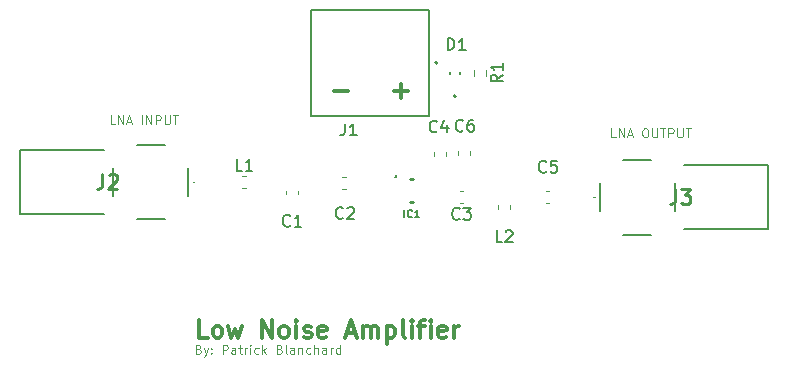
<source format=gbr>
%TF.GenerationSoftware,KiCad,Pcbnew,7.0.5*%
%TF.CreationDate,2023-11-04T20:08:50-04:00*%
%TF.ProjectId,LNA,4c4e412e-6b69-4636-9164-5f7063625858,rev?*%
%TF.SameCoordinates,Original*%
%TF.FileFunction,Legend,Top*%
%TF.FilePolarity,Positive*%
%FSLAX46Y46*%
G04 Gerber Fmt 4.6, Leading zero omitted, Abs format (unit mm)*
G04 Created by KiCad (PCBNEW 7.0.5) date 2023-11-04 20:08:50*
%MOMM*%
%LPD*%
G01*
G04 APERTURE LIST*
%ADD10C,0.300000*%
%ADD11C,0.076200*%
%ADD12C,0.150000*%
%ADD13C,0.254000*%
%ADD14C,0.158750*%
%ADD15C,0.120000*%
%ADD16C,0.100000*%
%ADD17C,0.200000*%
%ADD18C,0.127000*%
G04 APERTURE END LIST*
D10*
X166924510Y-110989400D02*
X168067368Y-110989400D01*
D11*
X190742029Y-114929143D02*
X190379172Y-114929143D01*
X190379172Y-114929143D02*
X190379172Y-114167143D01*
X190996029Y-114929143D02*
X190996029Y-114167143D01*
X190996029Y-114167143D02*
X191431458Y-114929143D01*
X191431458Y-114929143D02*
X191431458Y-114167143D01*
X191758029Y-114711429D02*
X192120887Y-114711429D01*
X191685458Y-114929143D02*
X191939458Y-114167143D01*
X191939458Y-114167143D02*
X192193458Y-114929143D01*
X193173172Y-114167143D02*
X193318315Y-114167143D01*
X193318315Y-114167143D02*
X193390886Y-114203429D01*
X193390886Y-114203429D02*
X193463458Y-114276000D01*
X193463458Y-114276000D02*
X193499743Y-114421143D01*
X193499743Y-114421143D02*
X193499743Y-114675143D01*
X193499743Y-114675143D02*
X193463458Y-114820286D01*
X193463458Y-114820286D02*
X193390886Y-114892858D01*
X193390886Y-114892858D02*
X193318315Y-114929143D01*
X193318315Y-114929143D02*
X193173172Y-114929143D01*
X193173172Y-114929143D02*
X193100601Y-114892858D01*
X193100601Y-114892858D02*
X193028029Y-114820286D01*
X193028029Y-114820286D02*
X192991743Y-114675143D01*
X192991743Y-114675143D02*
X192991743Y-114421143D01*
X192991743Y-114421143D02*
X193028029Y-114276000D01*
X193028029Y-114276000D02*
X193100601Y-114203429D01*
X193100601Y-114203429D02*
X193173172Y-114167143D01*
X193826315Y-114167143D02*
X193826315Y-114784000D01*
X193826315Y-114784000D02*
X193862601Y-114856572D01*
X193862601Y-114856572D02*
X193898887Y-114892858D01*
X193898887Y-114892858D02*
X193971458Y-114929143D01*
X193971458Y-114929143D02*
X194116601Y-114929143D01*
X194116601Y-114929143D02*
X194189172Y-114892858D01*
X194189172Y-114892858D02*
X194225458Y-114856572D01*
X194225458Y-114856572D02*
X194261744Y-114784000D01*
X194261744Y-114784000D02*
X194261744Y-114167143D01*
X194515744Y-114167143D02*
X194951173Y-114167143D01*
X194733458Y-114929143D02*
X194733458Y-114167143D01*
X195205172Y-114929143D02*
X195205172Y-114167143D01*
X195205172Y-114167143D02*
X195495458Y-114167143D01*
X195495458Y-114167143D02*
X195568029Y-114203429D01*
X195568029Y-114203429D02*
X195604315Y-114239715D01*
X195604315Y-114239715D02*
X195640601Y-114312286D01*
X195640601Y-114312286D02*
X195640601Y-114421143D01*
X195640601Y-114421143D02*
X195604315Y-114493715D01*
X195604315Y-114493715D02*
X195568029Y-114530000D01*
X195568029Y-114530000D02*
X195495458Y-114566286D01*
X195495458Y-114566286D02*
X195205172Y-114566286D01*
X195967172Y-114167143D02*
X195967172Y-114784000D01*
X195967172Y-114784000D02*
X196003458Y-114856572D01*
X196003458Y-114856572D02*
X196039744Y-114892858D01*
X196039744Y-114892858D02*
X196112315Y-114929143D01*
X196112315Y-114929143D02*
X196257458Y-114929143D01*
X196257458Y-114929143D02*
X196330029Y-114892858D01*
X196330029Y-114892858D02*
X196366315Y-114856572D01*
X196366315Y-114856572D02*
X196402601Y-114784000D01*
X196402601Y-114784000D02*
X196402601Y-114167143D01*
X196656601Y-114167143D02*
X197092030Y-114167143D01*
X196874315Y-114929143D02*
X196874315Y-114167143D01*
X148348343Y-113827166D02*
X147985486Y-113827166D01*
X147985486Y-113827166D02*
X147985486Y-113065166D01*
X148602343Y-113827166D02*
X148602343Y-113065166D01*
X148602343Y-113065166D02*
X149037772Y-113827166D01*
X149037772Y-113827166D02*
X149037772Y-113065166D01*
X149364343Y-113609452D02*
X149727201Y-113609452D01*
X149291772Y-113827166D02*
X149545772Y-113065166D01*
X149545772Y-113065166D02*
X149799772Y-113827166D01*
X150634343Y-113827166D02*
X150634343Y-113065166D01*
X150997200Y-113827166D02*
X150997200Y-113065166D01*
X150997200Y-113065166D02*
X151432629Y-113827166D01*
X151432629Y-113827166D02*
X151432629Y-113065166D01*
X151795486Y-113827166D02*
X151795486Y-113065166D01*
X151795486Y-113065166D02*
X152085772Y-113065166D01*
X152085772Y-113065166D02*
X152158343Y-113101452D01*
X152158343Y-113101452D02*
X152194629Y-113137738D01*
X152194629Y-113137738D02*
X152230915Y-113210309D01*
X152230915Y-113210309D02*
X152230915Y-113319166D01*
X152230915Y-113319166D02*
X152194629Y-113391738D01*
X152194629Y-113391738D02*
X152158343Y-113428023D01*
X152158343Y-113428023D02*
X152085772Y-113464309D01*
X152085772Y-113464309D02*
X151795486Y-113464309D01*
X152557486Y-113065166D02*
X152557486Y-113682023D01*
X152557486Y-113682023D02*
X152593772Y-113754595D01*
X152593772Y-113754595D02*
X152630058Y-113790881D01*
X152630058Y-113790881D02*
X152702629Y-113827166D01*
X152702629Y-113827166D02*
X152847772Y-113827166D01*
X152847772Y-113827166D02*
X152920343Y-113790881D01*
X152920343Y-113790881D02*
X152956629Y-113754595D01*
X152956629Y-113754595D02*
X152992915Y-113682023D01*
X152992915Y-113682023D02*
X152992915Y-113065166D01*
X153246915Y-113065166D02*
X153682344Y-113065166D01*
X153464629Y-113827166D02*
X153464629Y-113065166D01*
D10*
X172004510Y-110989400D02*
X173147368Y-110989400D01*
X172575939Y-111560828D02*
X172575939Y-110417971D01*
X156208796Y-131880828D02*
X155494510Y-131880828D01*
X155494510Y-131880828D02*
X155494510Y-130380828D01*
X156923082Y-131880828D02*
X156780225Y-131809400D01*
X156780225Y-131809400D02*
X156708796Y-131737971D01*
X156708796Y-131737971D02*
X156637368Y-131595114D01*
X156637368Y-131595114D02*
X156637368Y-131166542D01*
X156637368Y-131166542D02*
X156708796Y-131023685D01*
X156708796Y-131023685D02*
X156780225Y-130952257D01*
X156780225Y-130952257D02*
X156923082Y-130880828D01*
X156923082Y-130880828D02*
X157137368Y-130880828D01*
X157137368Y-130880828D02*
X157280225Y-130952257D01*
X157280225Y-130952257D02*
X157351654Y-131023685D01*
X157351654Y-131023685D02*
X157423082Y-131166542D01*
X157423082Y-131166542D02*
X157423082Y-131595114D01*
X157423082Y-131595114D02*
X157351654Y-131737971D01*
X157351654Y-131737971D02*
X157280225Y-131809400D01*
X157280225Y-131809400D02*
X157137368Y-131880828D01*
X157137368Y-131880828D02*
X156923082Y-131880828D01*
X157923082Y-130880828D02*
X158208797Y-131880828D01*
X158208797Y-131880828D02*
X158494511Y-131166542D01*
X158494511Y-131166542D02*
X158780225Y-131880828D01*
X158780225Y-131880828D02*
X159065939Y-130880828D01*
X160780225Y-131880828D02*
X160780225Y-130380828D01*
X160780225Y-130380828D02*
X161637368Y-131880828D01*
X161637368Y-131880828D02*
X161637368Y-130380828D01*
X162565940Y-131880828D02*
X162423083Y-131809400D01*
X162423083Y-131809400D02*
X162351654Y-131737971D01*
X162351654Y-131737971D02*
X162280226Y-131595114D01*
X162280226Y-131595114D02*
X162280226Y-131166542D01*
X162280226Y-131166542D02*
X162351654Y-131023685D01*
X162351654Y-131023685D02*
X162423083Y-130952257D01*
X162423083Y-130952257D02*
X162565940Y-130880828D01*
X162565940Y-130880828D02*
X162780226Y-130880828D01*
X162780226Y-130880828D02*
X162923083Y-130952257D01*
X162923083Y-130952257D02*
X162994512Y-131023685D01*
X162994512Y-131023685D02*
X163065940Y-131166542D01*
X163065940Y-131166542D02*
X163065940Y-131595114D01*
X163065940Y-131595114D02*
X162994512Y-131737971D01*
X162994512Y-131737971D02*
X162923083Y-131809400D01*
X162923083Y-131809400D02*
X162780226Y-131880828D01*
X162780226Y-131880828D02*
X162565940Y-131880828D01*
X163708797Y-131880828D02*
X163708797Y-130880828D01*
X163708797Y-130380828D02*
X163637369Y-130452257D01*
X163637369Y-130452257D02*
X163708797Y-130523685D01*
X163708797Y-130523685D02*
X163780226Y-130452257D01*
X163780226Y-130452257D02*
X163708797Y-130380828D01*
X163708797Y-130380828D02*
X163708797Y-130523685D01*
X164351655Y-131809400D02*
X164494512Y-131880828D01*
X164494512Y-131880828D02*
X164780226Y-131880828D01*
X164780226Y-131880828D02*
X164923083Y-131809400D01*
X164923083Y-131809400D02*
X164994512Y-131666542D01*
X164994512Y-131666542D02*
X164994512Y-131595114D01*
X164994512Y-131595114D02*
X164923083Y-131452257D01*
X164923083Y-131452257D02*
X164780226Y-131380828D01*
X164780226Y-131380828D02*
X164565941Y-131380828D01*
X164565941Y-131380828D02*
X164423083Y-131309400D01*
X164423083Y-131309400D02*
X164351655Y-131166542D01*
X164351655Y-131166542D02*
X164351655Y-131095114D01*
X164351655Y-131095114D02*
X164423083Y-130952257D01*
X164423083Y-130952257D02*
X164565941Y-130880828D01*
X164565941Y-130880828D02*
X164780226Y-130880828D01*
X164780226Y-130880828D02*
X164923083Y-130952257D01*
X166208798Y-131809400D02*
X166065941Y-131880828D01*
X166065941Y-131880828D02*
X165780227Y-131880828D01*
X165780227Y-131880828D02*
X165637369Y-131809400D01*
X165637369Y-131809400D02*
X165565941Y-131666542D01*
X165565941Y-131666542D02*
X165565941Y-131095114D01*
X165565941Y-131095114D02*
X165637369Y-130952257D01*
X165637369Y-130952257D02*
X165780227Y-130880828D01*
X165780227Y-130880828D02*
X166065941Y-130880828D01*
X166065941Y-130880828D02*
X166208798Y-130952257D01*
X166208798Y-130952257D02*
X166280227Y-131095114D01*
X166280227Y-131095114D02*
X166280227Y-131237971D01*
X166280227Y-131237971D02*
X165565941Y-131380828D01*
X167994512Y-131452257D02*
X168708798Y-131452257D01*
X167851655Y-131880828D02*
X168351655Y-130380828D01*
X168351655Y-130380828D02*
X168851655Y-131880828D01*
X169351654Y-131880828D02*
X169351654Y-130880828D01*
X169351654Y-131023685D02*
X169423083Y-130952257D01*
X169423083Y-130952257D02*
X169565940Y-130880828D01*
X169565940Y-130880828D02*
X169780226Y-130880828D01*
X169780226Y-130880828D02*
X169923083Y-130952257D01*
X169923083Y-130952257D02*
X169994512Y-131095114D01*
X169994512Y-131095114D02*
X169994512Y-131880828D01*
X169994512Y-131095114D02*
X170065940Y-130952257D01*
X170065940Y-130952257D02*
X170208797Y-130880828D01*
X170208797Y-130880828D02*
X170423083Y-130880828D01*
X170423083Y-130880828D02*
X170565940Y-130952257D01*
X170565940Y-130952257D02*
X170637369Y-131095114D01*
X170637369Y-131095114D02*
X170637369Y-131880828D01*
X171351654Y-130880828D02*
X171351654Y-132380828D01*
X171351654Y-130952257D02*
X171494512Y-130880828D01*
X171494512Y-130880828D02*
X171780226Y-130880828D01*
X171780226Y-130880828D02*
X171923083Y-130952257D01*
X171923083Y-130952257D02*
X171994512Y-131023685D01*
X171994512Y-131023685D02*
X172065940Y-131166542D01*
X172065940Y-131166542D02*
X172065940Y-131595114D01*
X172065940Y-131595114D02*
X171994512Y-131737971D01*
X171994512Y-131737971D02*
X171923083Y-131809400D01*
X171923083Y-131809400D02*
X171780226Y-131880828D01*
X171780226Y-131880828D02*
X171494512Y-131880828D01*
X171494512Y-131880828D02*
X171351654Y-131809400D01*
X172923083Y-131880828D02*
X172780226Y-131809400D01*
X172780226Y-131809400D02*
X172708797Y-131666542D01*
X172708797Y-131666542D02*
X172708797Y-130380828D01*
X173494511Y-131880828D02*
X173494511Y-130880828D01*
X173494511Y-130380828D02*
X173423083Y-130452257D01*
X173423083Y-130452257D02*
X173494511Y-130523685D01*
X173494511Y-130523685D02*
X173565940Y-130452257D01*
X173565940Y-130452257D02*
X173494511Y-130380828D01*
X173494511Y-130380828D02*
X173494511Y-130523685D01*
X173994512Y-130880828D02*
X174565940Y-130880828D01*
X174208797Y-131880828D02*
X174208797Y-130595114D01*
X174208797Y-130595114D02*
X174280226Y-130452257D01*
X174280226Y-130452257D02*
X174423083Y-130380828D01*
X174423083Y-130380828D02*
X174565940Y-130380828D01*
X175065940Y-131880828D02*
X175065940Y-130880828D01*
X175065940Y-130380828D02*
X174994512Y-130452257D01*
X174994512Y-130452257D02*
X175065940Y-130523685D01*
X175065940Y-130523685D02*
X175137369Y-130452257D01*
X175137369Y-130452257D02*
X175065940Y-130380828D01*
X175065940Y-130380828D02*
X175065940Y-130523685D01*
X176351655Y-131809400D02*
X176208798Y-131880828D01*
X176208798Y-131880828D02*
X175923084Y-131880828D01*
X175923084Y-131880828D02*
X175780226Y-131809400D01*
X175780226Y-131809400D02*
X175708798Y-131666542D01*
X175708798Y-131666542D02*
X175708798Y-131095114D01*
X175708798Y-131095114D02*
X175780226Y-130952257D01*
X175780226Y-130952257D02*
X175923084Y-130880828D01*
X175923084Y-130880828D02*
X176208798Y-130880828D01*
X176208798Y-130880828D02*
X176351655Y-130952257D01*
X176351655Y-130952257D02*
X176423084Y-131095114D01*
X176423084Y-131095114D02*
X176423084Y-131237971D01*
X176423084Y-131237971D02*
X175708798Y-131380828D01*
X177065940Y-131880828D02*
X177065940Y-130880828D01*
X177065940Y-131166542D02*
X177137369Y-131023685D01*
X177137369Y-131023685D02*
X177208798Y-130952257D01*
X177208798Y-130952257D02*
X177351655Y-130880828D01*
X177351655Y-130880828D02*
X177494512Y-130880828D01*
D11*
X155425559Y-132853639D02*
X155534416Y-132889925D01*
X155534416Y-132889925D02*
X155570702Y-132926211D01*
X155570702Y-132926211D02*
X155606988Y-132998782D01*
X155606988Y-132998782D02*
X155606988Y-133107639D01*
X155606988Y-133107639D02*
X155570702Y-133180211D01*
X155570702Y-133180211D02*
X155534416Y-133216497D01*
X155534416Y-133216497D02*
X155461845Y-133252782D01*
X155461845Y-133252782D02*
X155171559Y-133252782D01*
X155171559Y-133252782D02*
X155171559Y-132490782D01*
X155171559Y-132490782D02*
X155425559Y-132490782D01*
X155425559Y-132490782D02*
X155498131Y-132527068D01*
X155498131Y-132527068D02*
X155534416Y-132563354D01*
X155534416Y-132563354D02*
X155570702Y-132635925D01*
X155570702Y-132635925D02*
X155570702Y-132708497D01*
X155570702Y-132708497D02*
X155534416Y-132781068D01*
X155534416Y-132781068D02*
X155498131Y-132817354D01*
X155498131Y-132817354D02*
X155425559Y-132853639D01*
X155425559Y-132853639D02*
X155171559Y-132853639D01*
X155860988Y-132744782D02*
X156042416Y-133252782D01*
X156223845Y-132744782D02*
X156042416Y-133252782D01*
X156042416Y-133252782D02*
X155969845Y-133434211D01*
X155969845Y-133434211D02*
X155933559Y-133470497D01*
X155933559Y-133470497D02*
X155860988Y-133506782D01*
X156514130Y-133180211D02*
X156550416Y-133216497D01*
X156550416Y-133216497D02*
X156514130Y-133252782D01*
X156514130Y-133252782D02*
X156477844Y-133216497D01*
X156477844Y-133216497D02*
X156514130Y-133180211D01*
X156514130Y-133180211D02*
X156514130Y-133252782D01*
X156514130Y-132781068D02*
X156550416Y-132817354D01*
X156550416Y-132817354D02*
X156514130Y-132853639D01*
X156514130Y-132853639D02*
X156477844Y-132817354D01*
X156477844Y-132817354D02*
X156514130Y-132781068D01*
X156514130Y-132781068D02*
X156514130Y-132853639D01*
X157457558Y-133252782D02*
X157457558Y-132490782D01*
X157457558Y-132490782D02*
X157747844Y-132490782D01*
X157747844Y-132490782D02*
X157820415Y-132527068D01*
X157820415Y-132527068D02*
X157856701Y-132563354D01*
X157856701Y-132563354D02*
X157892987Y-132635925D01*
X157892987Y-132635925D02*
X157892987Y-132744782D01*
X157892987Y-132744782D02*
X157856701Y-132817354D01*
X157856701Y-132817354D02*
X157820415Y-132853639D01*
X157820415Y-132853639D02*
X157747844Y-132889925D01*
X157747844Y-132889925D02*
X157457558Y-132889925D01*
X158546130Y-133252782D02*
X158546130Y-132853639D01*
X158546130Y-132853639D02*
X158509844Y-132781068D01*
X158509844Y-132781068D02*
X158437272Y-132744782D01*
X158437272Y-132744782D02*
X158292130Y-132744782D01*
X158292130Y-132744782D02*
X158219558Y-132781068D01*
X158546130Y-133216497D02*
X158473558Y-133252782D01*
X158473558Y-133252782D02*
X158292130Y-133252782D01*
X158292130Y-133252782D02*
X158219558Y-133216497D01*
X158219558Y-133216497D02*
X158183272Y-133143925D01*
X158183272Y-133143925D02*
X158183272Y-133071354D01*
X158183272Y-133071354D02*
X158219558Y-132998782D01*
X158219558Y-132998782D02*
X158292130Y-132962497D01*
X158292130Y-132962497D02*
X158473558Y-132962497D01*
X158473558Y-132962497D02*
X158546130Y-132926211D01*
X158800130Y-132744782D02*
X159090416Y-132744782D01*
X158908987Y-132490782D02*
X158908987Y-133143925D01*
X158908987Y-133143925D02*
X158945273Y-133216497D01*
X158945273Y-133216497D02*
X159017844Y-133252782D01*
X159017844Y-133252782D02*
X159090416Y-133252782D01*
X159344416Y-133252782D02*
X159344416Y-132744782D01*
X159344416Y-132889925D02*
X159380702Y-132817354D01*
X159380702Y-132817354D02*
X159416988Y-132781068D01*
X159416988Y-132781068D02*
X159489559Y-132744782D01*
X159489559Y-132744782D02*
X159562130Y-132744782D01*
X159816130Y-133252782D02*
X159816130Y-132744782D01*
X159816130Y-132490782D02*
X159779844Y-132527068D01*
X159779844Y-132527068D02*
X159816130Y-132563354D01*
X159816130Y-132563354D02*
X159852416Y-132527068D01*
X159852416Y-132527068D02*
X159816130Y-132490782D01*
X159816130Y-132490782D02*
X159816130Y-132563354D01*
X160505559Y-133216497D02*
X160432987Y-133252782D01*
X160432987Y-133252782D02*
X160287844Y-133252782D01*
X160287844Y-133252782D02*
X160215273Y-133216497D01*
X160215273Y-133216497D02*
X160178987Y-133180211D01*
X160178987Y-133180211D02*
X160142701Y-133107639D01*
X160142701Y-133107639D02*
X160142701Y-132889925D01*
X160142701Y-132889925D02*
X160178987Y-132817354D01*
X160178987Y-132817354D02*
X160215273Y-132781068D01*
X160215273Y-132781068D02*
X160287844Y-132744782D01*
X160287844Y-132744782D02*
X160432987Y-132744782D01*
X160432987Y-132744782D02*
X160505559Y-132781068D01*
X160832130Y-133252782D02*
X160832130Y-132490782D01*
X160904702Y-132962497D02*
X161122416Y-133252782D01*
X161122416Y-132744782D02*
X160832130Y-133035068D01*
X162283558Y-132853639D02*
X162392415Y-132889925D01*
X162392415Y-132889925D02*
X162428701Y-132926211D01*
X162428701Y-132926211D02*
X162464987Y-132998782D01*
X162464987Y-132998782D02*
X162464987Y-133107639D01*
X162464987Y-133107639D02*
X162428701Y-133180211D01*
X162428701Y-133180211D02*
X162392415Y-133216497D01*
X162392415Y-133216497D02*
X162319844Y-133252782D01*
X162319844Y-133252782D02*
X162029558Y-133252782D01*
X162029558Y-133252782D02*
X162029558Y-132490782D01*
X162029558Y-132490782D02*
X162283558Y-132490782D01*
X162283558Y-132490782D02*
X162356130Y-132527068D01*
X162356130Y-132527068D02*
X162392415Y-132563354D01*
X162392415Y-132563354D02*
X162428701Y-132635925D01*
X162428701Y-132635925D02*
X162428701Y-132708497D01*
X162428701Y-132708497D02*
X162392415Y-132781068D01*
X162392415Y-132781068D02*
X162356130Y-132817354D01*
X162356130Y-132817354D02*
X162283558Y-132853639D01*
X162283558Y-132853639D02*
X162029558Y-132853639D01*
X162900415Y-133252782D02*
X162827844Y-133216497D01*
X162827844Y-133216497D02*
X162791558Y-133143925D01*
X162791558Y-133143925D02*
X162791558Y-132490782D01*
X163517273Y-133252782D02*
X163517273Y-132853639D01*
X163517273Y-132853639D02*
X163480987Y-132781068D01*
X163480987Y-132781068D02*
X163408415Y-132744782D01*
X163408415Y-132744782D02*
X163263273Y-132744782D01*
X163263273Y-132744782D02*
X163190701Y-132781068D01*
X163517273Y-133216497D02*
X163444701Y-133252782D01*
X163444701Y-133252782D02*
X163263273Y-133252782D01*
X163263273Y-133252782D02*
X163190701Y-133216497D01*
X163190701Y-133216497D02*
X163154415Y-133143925D01*
X163154415Y-133143925D02*
X163154415Y-133071354D01*
X163154415Y-133071354D02*
X163190701Y-132998782D01*
X163190701Y-132998782D02*
X163263273Y-132962497D01*
X163263273Y-132962497D02*
X163444701Y-132962497D01*
X163444701Y-132962497D02*
X163517273Y-132926211D01*
X163880130Y-132744782D02*
X163880130Y-133252782D01*
X163880130Y-132817354D02*
X163916416Y-132781068D01*
X163916416Y-132781068D02*
X163988987Y-132744782D01*
X163988987Y-132744782D02*
X164097844Y-132744782D01*
X164097844Y-132744782D02*
X164170416Y-132781068D01*
X164170416Y-132781068D02*
X164206702Y-132853639D01*
X164206702Y-132853639D02*
X164206702Y-133252782D01*
X164896131Y-133216497D02*
X164823559Y-133252782D01*
X164823559Y-133252782D02*
X164678416Y-133252782D01*
X164678416Y-133252782D02*
X164605845Y-133216497D01*
X164605845Y-133216497D02*
X164569559Y-133180211D01*
X164569559Y-133180211D02*
X164533273Y-133107639D01*
X164533273Y-133107639D02*
X164533273Y-132889925D01*
X164533273Y-132889925D02*
X164569559Y-132817354D01*
X164569559Y-132817354D02*
X164605845Y-132781068D01*
X164605845Y-132781068D02*
X164678416Y-132744782D01*
X164678416Y-132744782D02*
X164823559Y-132744782D01*
X164823559Y-132744782D02*
X164896131Y-132781068D01*
X165222702Y-133252782D02*
X165222702Y-132490782D01*
X165549274Y-133252782D02*
X165549274Y-132853639D01*
X165549274Y-132853639D02*
X165512988Y-132781068D01*
X165512988Y-132781068D02*
X165440416Y-132744782D01*
X165440416Y-132744782D02*
X165331559Y-132744782D01*
X165331559Y-132744782D02*
X165258988Y-132781068D01*
X165258988Y-132781068D02*
X165222702Y-132817354D01*
X166238703Y-133252782D02*
X166238703Y-132853639D01*
X166238703Y-132853639D02*
X166202417Y-132781068D01*
X166202417Y-132781068D02*
X166129845Y-132744782D01*
X166129845Y-132744782D02*
X165984703Y-132744782D01*
X165984703Y-132744782D02*
X165912131Y-132781068D01*
X166238703Y-133216497D02*
X166166131Y-133252782D01*
X166166131Y-133252782D02*
X165984703Y-133252782D01*
X165984703Y-133252782D02*
X165912131Y-133216497D01*
X165912131Y-133216497D02*
X165875845Y-133143925D01*
X165875845Y-133143925D02*
X165875845Y-133071354D01*
X165875845Y-133071354D02*
X165912131Y-132998782D01*
X165912131Y-132998782D02*
X165984703Y-132962497D01*
X165984703Y-132962497D02*
X166166131Y-132962497D01*
X166166131Y-132962497D02*
X166238703Y-132926211D01*
X166601560Y-133252782D02*
X166601560Y-132744782D01*
X166601560Y-132889925D02*
X166637846Y-132817354D01*
X166637846Y-132817354D02*
X166674132Y-132781068D01*
X166674132Y-132781068D02*
X166746703Y-132744782D01*
X166746703Y-132744782D02*
X166819274Y-132744782D01*
X167399846Y-133252782D02*
X167399846Y-132490782D01*
X167399846Y-133216497D02*
X167327274Y-133252782D01*
X167327274Y-133252782D02*
X167182131Y-133252782D01*
X167182131Y-133252782D02*
X167109560Y-133216497D01*
X167109560Y-133216497D02*
X167073274Y-133180211D01*
X167073274Y-133180211D02*
X167036988Y-133107639D01*
X167036988Y-133107639D02*
X167036988Y-132889925D01*
X167036988Y-132889925D02*
X167073274Y-132817354D01*
X167073274Y-132817354D02*
X167109560Y-132781068D01*
X167109560Y-132781068D02*
X167182131Y-132744782D01*
X167182131Y-132744782D02*
X167327274Y-132744782D01*
X167327274Y-132744782D02*
X167399846Y-132781068D01*
D12*
%TO.C,C5*%
X184853333Y-117809580D02*
X184805714Y-117857200D01*
X184805714Y-117857200D02*
X184662857Y-117904819D01*
X184662857Y-117904819D02*
X184567619Y-117904819D01*
X184567619Y-117904819D02*
X184424762Y-117857200D01*
X184424762Y-117857200D02*
X184329524Y-117761961D01*
X184329524Y-117761961D02*
X184281905Y-117666723D01*
X184281905Y-117666723D02*
X184234286Y-117476247D01*
X184234286Y-117476247D02*
X184234286Y-117333390D01*
X184234286Y-117333390D02*
X184281905Y-117142914D01*
X184281905Y-117142914D02*
X184329524Y-117047676D01*
X184329524Y-117047676D02*
X184424762Y-116952438D01*
X184424762Y-116952438D02*
X184567619Y-116904819D01*
X184567619Y-116904819D02*
X184662857Y-116904819D01*
X184662857Y-116904819D02*
X184805714Y-116952438D01*
X184805714Y-116952438D02*
X184853333Y-117000057D01*
X185758095Y-116904819D02*
X185281905Y-116904819D01*
X185281905Y-116904819D02*
X185234286Y-117381009D01*
X185234286Y-117381009D02*
X185281905Y-117333390D01*
X185281905Y-117333390D02*
X185377143Y-117285771D01*
X185377143Y-117285771D02*
X185615238Y-117285771D01*
X185615238Y-117285771D02*
X185710476Y-117333390D01*
X185710476Y-117333390D02*
X185758095Y-117381009D01*
X185758095Y-117381009D02*
X185805714Y-117476247D01*
X185805714Y-117476247D02*
X185805714Y-117714342D01*
X185805714Y-117714342D02*
X185758095Y-117809580D01*
X185758095Y-117809580D02*
X185710476Y-117857200D01*
X185710476Y-117857200D02*
X185615238Y-117904819D01*
X185615238Y-117904819D02*
X185377143Y-117904819D01*
X185377143Y-117904819D02*
X185281905Y-117857200D01*
X185281905Y-117857200D02*
X185234286Y-117809580D01*
%TO.C,L1*%
X159123333Y-117764819D02*
X158647143Y-117764819D01*
X158647143Y-117764819D02*
X158647143Y-116764819D01*
X159980476Y-117764819D02*
X159409048Y-117764819D01*
X159694762Y-117764819D02*
X159694762Y-116764819D01*
X159694762Y-116764819D02*
X159599524Y-116907676D01*
X159599524Y-116907676D02*
X159504286Y-117002914D01*
X159504286Y-117002914D02*
X159409048Y-117050533D01*
%TO.C,C2*%
X167643333Y-121739580D02*
X167595714Y-121787200D01*
X167595714Y-121787200D02*
X167452857Y-121834819D01*
X167452857Y-121834819D02*
X167357619Y-121834819D01*
X167357619Y-121834819D02*
X167214762Y-121787200D01*
X167214762Y-121787200D02*
X167119524Y-121691961D01*
X167119524Y-121691961D02*
X167071905Y-121596723D01*
X167071905Y-121596723D02*
X167024286Y-121406247D01*
X167024286Y-121406247D02*
X167024286Y-121263390D01*
X167024286Y-121263390D02*
X167071905Y-121072914D01*
X167071905Y-121072914D02*
X167119524Y-120977676D01*
X167119524Y-120977676D02*
X167214762Y-120882438D01*
X167214762Y-120882438D02*
X167357619Y-120834819D01*
X167357619Y-120834819D02*
X167452857Y-120834819D01*
X167452857Y-120834819D02*
X167595714Y-120882438D01*
X167595714Y-120882438D02*
X167643333Y-120930057D01*
X168024286Y-120930057D02*
X168071905Y-120882438D01*
X168071905Y-120882438D02*
X168167143Y-120834819D01*
X168167143Y-120834819D02*
X168405238Y-120834819D01*
X168405238Y-120834819D02*
X168500476Y-120882438D01*
X168500476Y-120882438D02*
X168548095Y-120930057D01*
X168548095Y-120930057D02*
X168595714Y-121025295D01*
X168595714Y-121025295D02*
X168595714Y-121120533D01*
X168595714Y-121120533D02*
X168548095Y-121263390D01*
X168548095Y-121263390D02*
X167976667Y-121834819D01*
X167976667Y-121834819D02*
X168595714Y-121834819D01*
%TO.C,C1*%
X163183333Y-122379580D02*
X163135714Y-122427200D01*
X163135714Y-122427200D02*
X162992857Y-122474819D01*
X162992857Y-122474819D02*
X162897619Y-122474819D01*
X162897619Y-122474819D02*
X162754762Y-122427200D01*
X162754762Y-122427200D02*
X162659524Y-122331961D01*
X162659524Y-122331961D02*
X162611905Y-122236723D01*
X162611905Y-122236723D02*
X162564286Y-122046247D01*
X162564286Y-122046247D02*
X162564286Y-121903390D01*
X162564286Y-121903390D02*
X162611905Y-121712914D01*
X162611905Y-121712914D02*
X162659524Y-121617676D01*
X162659524Y-121617676D02*
X162754762Y-121522438D01*
X162754762Y-121522438D02*
X162897619Y-121474819D01*
X162897619Y-121474819D02*
X162992857Y-121474819D01*
X162992857Y-121474819D02*
X163135714Y-121522438D01*
X163135714Y-121522438D02*
X163183333Y-121570057D01*
X164135714Y-122474819D02*
X163564286Y-122474819D01*
X163850000Y-122474819D02*
X163850000Y-121474819D01*
X163850000Y-121474819D02*
X163754762Y-121617676D01*
X163754762Y-121617676D02*
X163659524Y-121712914D01*
X163659524Y-121712914D02*
X163564286Y-121760533D01*
%TO.C,C4*%
X175613333Y-114409580D02*
X175565714Y-114457200D01*
X175565714Y-114457200D02*
X175422857Y-114504819D01*
X175422857Y-114504819D02*
X175327619Y-114504819D01*
X175327619Y-114504819D02*
X175184762Y-114457200D01*
X175184762Y-114457200D02*
X175089524Y-114361961D01*
X175089524Y-114361961D02*
X175041905Y-114266723D01*
X175041905Y-114266723D02*
X174994286Y-114076247D01*
X174994286Y-114076247D02*
X174994286Y-113933390D01*
X174994286Y-113933390D02*
X175041905Y-113742914D01*
X175041905Y-113742914D02*
X175089524Y-113647676D01*
X175089524Y-113647676D02*
X175184762Y-113552438D01*
X175184762Y-113552438D02*
X175327619Y-113504819D01*
X175327619Y-113504819D02*
X175422857Y-113504819D01*
X175422857Y-113504819D02*
X175565714Y-113552438D01*
X175565714Y-113552438D02*
X175613333Y-113600057D01*
X176470476Y-113838152D02*
X176470476Y-114504819D01*
X176232381Y-113457200D02*
X175994286Y-114171485D01*
X175994286Y-114171485D02*
X176613333Y-114171485D01*
D13*
%TO.C,J2*%
X147276667Y-118014318D02*
X147276667Y-118921461D01*
X147276667Y-118921461D02*
X147216190Y-119102889D01*
X147216190Y-119102889D02*
X147095238Y-119223842D01*
X147095238Y-119223842D02*
X146913809Y-119284318D01*
X146913809Y-119284318D02*
X146792857Y-119284318D01*
X147820952Y-118135270D02*
X147881428Y-118074794D01*
X147881428Y-118074794D02*
X148002381Y-118014318D01*
X148002381Y-118014318D02*
X148304762Y-118014318D01*
X148304762Y-118014318D02*
X148425714Y-118074794D01*
X148425714Y-118074794D02*
X148486190Y-118135270D01*
X148486190Y-118135270D02*
X148546667Y-118256222D01*
X148546667Y-118256222D02*
X148546667Y-118377175D01*
X148546667Y-118377175D02*
X148486190Y-118558603D01*
X148486190Y-118558603D02*
X147760476Y-119284318D01*
X147760476Y-119284318D02*
X148546667Y-119284318D01*
D12*
%TO.C,*%
%TO.C,J1*%
X167814666Y-113754819D02*
X167814666Y-114469104D01*
X167814666Y-114469104D02*
X167767047Y-114611961D01*
X167767047Y-114611961D02*
X167671809Y-114707200D01*
X167671809Y-114707200D02*
X167528952Y-114754819D01*
X167528952Y-114754819D02*
X167433714Y-114754819D01*
X168814666Y-114754819D02*
X168243238Y-114754819D01*
X168528952Y-114754819D02*
X168528952Y-113754819D01*
X168528952Y-113754819D02*
X168433714Y-113897676D01*
X168433714Y-113897676D02*
X168338476Y-113992914D01*
X168338476Y-113992914D02*
X168243238Y-114040533D01*
D14*
%TO.C,IC1*%
X172860119Y-121705508D02*
X172860119Y-121070508D01*
X173525357Y-121645031D02*
X173495119Y-121675270D01*
X173495119Y-121675270D02*
X173404405Y-121705508D01*
X173404405Y-121705508D02*
X173343929Y-121705508D01*
X173343929Y-121705508D02*
X173253214Y-121675270D01*
X173253214Y-121675270D02*
X173192738Y-121614793D01*
X173192738Y-121614793D02*
X173162500Y-121554317D01*
X173162500Y-121554317D02*
X173132262Y-121433365D01*
X173132262Y-121433365D02*
X173132262Y-121342650D01*
X173132262Y-121342650D02*
X173162500Y-121221698D01*
X173162500Y-121221698D02*
X173192738Y-121161222D01*
X173192738Y-121161222D02*
X173253214Y-121100746D01*
X173253214Y-121100746D02*
X173343929Y-121070508D01*
X173343929Y-121070508D02*
X173404405Y-121070508D01*
X173404405Y-121070508D02*
X173495119Y-121100746D01*
X173495119Y-121100746D02*
X173525357Y-121130984D01*
X174130119Y-121705508D02*
X173767262Y-121705508D01*
X173948690Y-121705508D02*
X173948690Y-121070508D01*
X173948690Y-121070508D02*
X173888214Y-121161222D01*
X173888214Y-121161222D02*
X173827738Y-121221698D01*
X173827738Y-121221698D02*
X173767262Y-121251936D01*
D12*
%TO.C,D1*%
X176509777Y-107526153D02*
X176509777Y-106523271D01*
X176509777Y-106523271D02*
X176748558Y-106523271D01*
X176748558Y-106523271D02*
X176891827Y-106571027D01*
X176891827Y-106571027D02*
X176987340Y-106666540D01*
X176987340Y-106666540D02*
X177035096Y-106762052D01*
X177035096Y-106762052D02*
X177082852Y-106953077D01*
X177082852Y-106953077D02*
X177082852Y-107096346D01*
X177082852Y-107096346D02*
X177035096Y-107287371D01*
X177035096Y-107287371D02*
X176987340Y-107382884D01*
X176987340Y-107382884D02*
X176891827Y-107478397D01*
X176891827Y-107478397D02*
X176748558Y-107526153D01*
X176748558Y-107526153D02*
X176509777Y-107526153D01*
X178037978Y-107526153D02*
X177464903Y-107526153D01*
X177751440Y-107526153D02*
X177751440Y-106523271D01*
X177751440Y-106523271D02*
X177655928Y-106666540D01*
X177655928Y-106666540D02*
X177560415Y-106762052D01*
X177560415Y-106762052D02*
X177464903Y-106809809D01*
%TO.C,L2*%
X181153333Y-123804819D02*
X180677143Y-123804819D01*
X180677143Y-123804819D02*
X180677143Y-122804819D01*
X181439048Y-122900057D02*
X181486667Y-122852438D01*
X181486667Y-122852438D02*
X181581905Y-122804819D01*
X181581905Y-122804819D02*
X181820000Y-122804819D01*
X181820000Y-122804819D02*
X181915238Y-122852438D01*
X181915238Y-122852438D02*
X181962857Y-122900057D01*
X181962857Y-122900057D02*
X182010476Y-122995295D01*
X182010476Y-122995295D02*
X182010476Y-123090533D01*
X182010476Y-123090533D02*
X181962857Y-123233390D01*
X181962857Y-123233390D02*
X181391429Y-123804819D01*
X181391429Y-123804819D02*
X182010476Y-123804819D01*
%TO.C,R1*%
X181164819Y-109616666D02*
X180688628Y-109949999D01*
X181164819Y-110188094D02*
X180164819Y-110188094D01*
X180164819Y-110188094D02*
X180164819Y-109807142D01*
X180164819Y-109807142D02*
X180212438Y-109711904D01*
X180212438Y-109711904D02*
X180260057Y-109664285D01*
X180260057Y-109664285D02*
X180355295Y-109616666D01*
X180355295Y-109616666D02*
X180498152Y-109616666D01*
X180498152Y-109616666D02*
X180593390Y-109664285D01*
X180593390Y-109664285D02*
X180641009Y-109711904D01*
X180641009Y-109711904D02*
X180688628Y-109807142D01*
X180688628Y-109807142D02*
X180688628Y-110188094D01*
X181164819Y-108664285D02*
X181164819Y-109235713D01*
X181164819Y-108949999D02*
X180164819Y-108949999D01*
X180164819Y-108949999D02*
X180307676Y-109045237D01*
X180307676Y-109045237D02*
X180402914Y-109140475D01*
X180402914Y-109140475D02*
X180450533Y-109235713D01*
%TO.C,C6*%
X177813333Y-114339580D02*
X177765714Y-114387200D01*
X177765714Y-114387200D02*
X177622857Y-114434819D01*
X177622857Y-114434819D02*
X177527619Y-114434819D01*
X177527619Y-114434819D02*
X177384762Y-114387200D01*
X177384762Y-114387200D02*
X177289524Y-114291961D01*
X177289524Y-114291961D02*
X177241905Y-114196723D01*
X177241905Y-114196723D02*
X177194286Y-114006247D01*
X177194286Y-114006247D02*
X177194286Y-113863390D01*
X177194286Y-113863390D02*
X177241905Y-113672914D01*
X177241905Y-113672914D02*
X177289524Y-113577676D01*
X177289524Y-113577676D02*
X177384762Y-113482438D01*
X177384762Y-113482438D02*
X177527619Y-113434819D01*
X177527619Y-113434819D02*
X177622857Y-113434819D01*
X177622857Y-113434819D02*
X177765714Y-113482438D01*
X177765714Y-113482438D02*
X177813333Y-113530057D01*
X178670476Y-113434819D02*
X178480000Y-113434819D01*
X178480000Y-113434819D02*
X178384762Y-113482438D01*
X178384762Y-113482438D02*
X178337143Y-113530057D01*
X178337143Y-113530057D02*
X178241905Y-113672914D01*
X178241905Y-113672914D02*
X178194286Y-113863390D01*
X178194286Y-113863390D02*
X178194286Y-114244342D01*
X178194286Y-114244342D02*
X178241905Y-114339580D01*
X178241905Y-114339580D02*
X178289524Y-114387200D01*
X178289524Y-114387200D02*
X178384762Y-114434819D01*
X178384762Y-114434819D02*
X178575238Y-114434819D01*
X178575238Y-114434819D02*
X178670476Y-114387200D01*
X178670476Y-114387200D02*
X178718095Y-114339580D01*
X178718095Y-114339580D02*
X178765714Y-114244342D01*
X178765714Y-114244342D02*
X178765714Y-114006247D01*
X178765714Y-114006247D02*
X178718095Y-113911009D01*
X178718095Y-113911009D02*
X178670476Y-113863390D01*
X178670476Y-113863390D02*
X178575238Y-113815771D01*
X178575238Y-113815771D02*
X178384762Y-113815771D01*
X178384762Y-113815771D02*
X178289524Y-113863390D01*
X178289524Y-113863390D02*
X178241905Y-113911009D01*
X178241905Y-113911009D02*
X178194286Y-114006247D01*
%TO.C,*%
%TO.C,C3*%
X177523333Y-121799580D02*
X177475714Y-121847200D01*
X177475714Y-121847200D02*
X177332857Y-121894819D01*
X177332857Y-121894819D02*
X177237619Y-121894819D01*
X177237619Y-121894819D02*
X177094762Y-121847200D01*
X177094762Y-121847200D02*
X176999524Y-121751961D01*
X176999524Y-121751961D02*
X176951905Y-121656723D01*
X176951905Y-121656723D02*
X176904286Y-121466247D01*
X176904286Y-121466247D02*
X176904286Y-121323390D01*
X176904286Y-121323390D02*
X176951905Y-121132914D01*
X176951905Y-121132914D02*
X176999524Y-121037676D01*
X176999524Y-121037676D02*
X177094762Y-120942438D01*
X177094762Y-120942438D02*
X177237619Y-120894819D01*
X177237619Y-120894819D02*
X177332857Y-120894819D01*
X177332857Y-120894819D02*
X177475714Y-120942438D01*
X177475714Y-120942438D02*
X177523333Y-120990057D01*
X177856667Y-120894819D02*
X178475714Y-120894819D01*
X178475714Y-120894819D02*
X178142381Y-121275771D01*
X178142381Y-121275771D02*
X178285238Y-121275771D01*
X178285238Y-121275771D02*
X178380476Y-121323390D01*
X178380476Y-121323390D02*
X178428095Y-121371009D01*
X178428095Y-121371009D02*
X178475714Y-121466247D01*
X178475714Y-121466247D02*
X178475714Y-121704342D01*
X178475714Y-121704342D02*
X178428095Y-121799580D01*
X178428095Y-121799580D02*
X178380476Y-121847200D01*
X178380476Y-121847200D02*
X178285238Y-121894819D01*
X178285238Y-121894819D02*
X177999524Y-121894819D01*
X177999524Y-121894819D02*
X177904286Y-121847200D01*
X177904286Y-121847200D02*
X177856667Y-121799580D01*
D13*
%TO.C,J3*%
X195806667Y-119304318D02*
X195806667Y-120211461D01*
X195806667Y-120211461D02*
X195746190Y-120392889D01*
X195746190Y-120392889D02*
X195625238Y-120513842D01*
X195625238Y-120513842D02*
X195443809Y-120574318D01*
X195443809Y-120574318D02*
X195322857Y-120574318D01*
X196290476Y-119304318D02*
X197076667Y-119304318D01*
X197076667Y-119304318D02*
X196653333Y-119788127D01*
X196653333Y-119788127D02*
X196834762Y-119788127D01*
X196834762Y-119788127D02*
X196955714Y-119848603D01*
X196955714Y-119848603D02*
X197016190Y-119909080D01*
X197016190Y-119909080D02*
X197076667Y-120030032D01*
X197076667Y-120030032D02*
X197076667Y-120332413D01*
X197076667Y-120332413D02*
X197016190Y-120453365D01*
X197016190Y-120453365D02*
X196955714Y-120513842D01*
X196955714Y-120513842D02*
X196834762Y-120574318D01*
X196834762Y-120574318D02*
X196471905Y-120574318D01*
X196471905Y-120574318D02*
X196350952Y-120513842D01*
X196350952Y-120513842D02*
X196290476Y-120453365D01*
D12*
%TO.C,*%
D15*
%TO.C,C5*%
X184833733Y-119450000D02*
X185126267Y-119450000D01*
X184833733Y-120470000D02*
X185126267Y-120470000D01*
%TO.C,L1*%
X159118733Y-118230000D02*
X159461267Y-118230000D01*
X159118733Y-119250000D02*
X159461267Y-119250000D01*
%TO.C,C2*%
X167886267Y-119300000D02*
X167593733Y-119300000D01*
X167886267Y-118280000D02*
X167593733Y-118280000D01*
%TO.C,C1*%
X163840000Y-119433733D02*
X163840000Y-119726267D01*
X162820000Y-119433733D02*
X162820000Y-119726267D01*
%TO.C,C4*%
X175380000Y-116466267D02*
X175380000Y-116173733D01*
X176400000Y-116466267D02*
X176400000Y-116173733D01*
D16*
%TO.C,J2*%
X155055000Y-118710000D02*
X155055000Y-118710000D01*
X154955000Y-118710000D02*
X154955000Y-118710000D01*
D17*
X154505000Y-117510000D02*
X154505000Y-119910000D01*
X152605000Y-121860000D02*
X150205000Y-121860000D01*
X150205000Y-115560000D02*
X152605000Y-115560000D01*
X148205000Y-119910000D02*
X148205000Y-117510000D01*
X147405000Y-121435000D02*
X140305000Y-121435000D01*
X140305000Y-121435000D02*
X140305000Y-115985000D01*
X140305000Y-115985000D02*
X147405000Y-115985000D01*
D16*
X154955000Y-118710000D02*
G75*
G03*
X155055000Y-118710000I50000J0D01*
G01*
X155055000Y-118710000D02*
G75*
G03*
X154955000Y-118710000I-50000J0D01*
G01*
D18*
%TO.C,J1*%
X164920000Y-113100000D02*
X164920000Y-104100000D01*
X174920000Y-104100000D02*
X164920000Y-104100000D01*
X174920000Y-104100000D02*
X174920000Y-113100000D01*
X174920000Y-113100000D02*
X164920000Y-113100000D01*
D17*
X175670000Y-108600000D02*
G75*
G03*
X175670000Y-108600000I-100000J0D01*
G01*
D13*
%TO.C,IC1*%
X173590000Y-118430000D02*
X173290000Y-118430000D01*
X173590000Y-120430000D02*
X173290000Y-120430000D01*
X172137080Y-118260000D02*
G75*
G03*
X172137080Y-118260000I-30080J0D01*
G01*
D18*
%TO.C,D1*%
X176680000Y-109525000D02*
X176680000Y-109355000D01*
X177580000Y-109355000D02*
X177580000Y-109525000D01*
D17*
X177230000Y-111440000D02*
G75*
G03*
X177230000Y-111440000I-100000J0D01*
G01*
D15*
%TO.C,L2*%
X180790000Y-120991267D02*
X180790000Y-120648733D01*
X181810000Y-120991267D02*
X181810000Y-120648733D01*
%TO.C,R1*%
X179802500Y-109195276D02*
X179802500Y-109704724D01*
X178757500Y-109195276D02*
X178757500Y-109704724D01*
%TO.C,C6*%
X177400000Y-116396267D02*
X177400000Y-116103733D01*
X178420000Y-116396267D02*
X178420000Y-116103733D01*
%TO.C,C3*%
X177836267Y-120520000D02*
X177543733Y-120520000D01*
X177836267Y-119500000D02*
X177543733Y-119500000D01*
D16*
%TO.C,J3*%
X188875000Y-120000000D02*
X188875000Y-120000000D01*
X188975000Y-120000000D02*
X188975000Y-120000000D01*
D17*
X189425000Y-121200000D02*
X189425000Y-118800000D01*
X191325000Y-116850000D02*
X193725000Y-116850000D01*
X193725000Y-123150000D02*
X191325000Y-123150000D01*
X195725000Y-118800000D02*
X195725000Y-121200000D01*
X196525000Y-117275000D02*
X203625000Y-117275000D01*
X203625000Y-117275000D02*
X203625000Y-122725000D01*
X203625000Y-122725000D02*
X196525000Y-122725000D01*
D16*
X188975000Y-120000000D02*
G75*
G03*
X188875000Y-120000000I-50000J0D01*
G01*
X188875000Y-120000000D02*
G75*
G03*
X188975000Y-120000000I50000J0D01*
G01*
%TD*%
M02*

</source>
